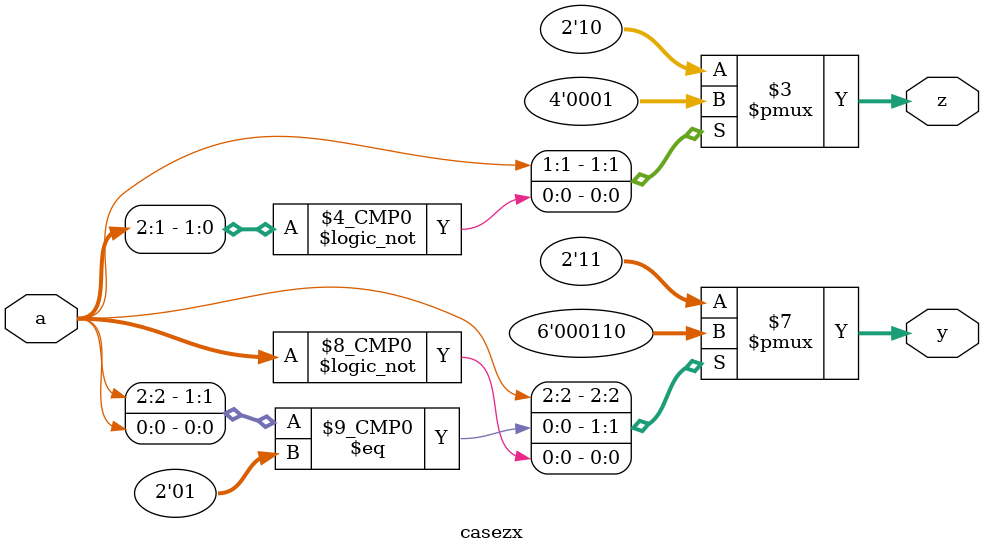
<source format=v>
module casezx (a, y, z);
  input [2:0]a;
  output [1:0]y, z;
  reg [1:0]y, z;

always @ (a) begin
  casez (a)
    3'b1??: y = 0;
    3'b0z1: y = 1;
    3'b000: y = 2;
    default: y = 3;
  endcase

  casex (a)
    3'bx1x: z = 0;
    3'b00?: z = 1;
    default: z = 2;
  endcase
end

endmodule // casezx

</source>
